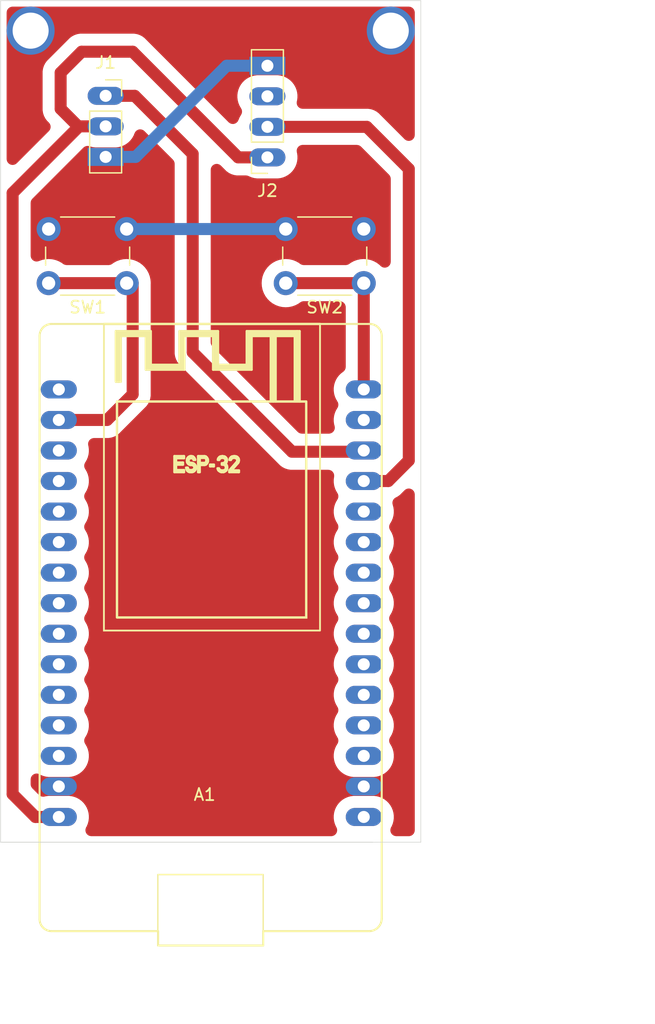
<source format=kicad_pcb>
(kicad_pcb (version 20240108) (generator "pcbnew") (generator_version "8.0")
  (layers (0 "F.Cu" signal) (31 "B.Cu" signal) (34 "B.Paste" user) (35 "F.Paste" user) (36 "B.SilkS" user "B.Silkscreen") (37 "F.SilkS" user "F.Silkscreen") (38 "B.Mask" user) (39 "F.Mask" user) (44 "Edge.Cuts" user))
  (net 0 "")
  (net 11 "3.3V")
  (net 16 "VIN")
  (net 23 "RX_RECEPTOR")
  (net 25 "TX_TRANSMISSOR")
  (net 26 "GND")
  (net 28 "BUTTON_1")
  (net 29 "BUTTON_2")
  (net 30 "RX_RECEPTOR_1")
  (footprint "Connector_PinSocket_2.54mm:PinSocket_1x03_P2.54mm_Vertical" (layer "F.Cu") (at 158.75 65.92)
    (property "Reference" "J1" (at 0 -2.77 0) (layer "F.SilkS"))
    (property "Value" "Conn_01x03_Socket")
    (fp_line (start -1.33 1.27) (end -1.33 6.41) (stroke (width 0.12)) (layer "F.SilkS"))
    (fp_line (start -1.33 1.27) (end 1.33 1.27) (stroke (width 0.12)) (layer "F.SilkS"))
    (fp_line (start -1.33 6.41) (end 1.33 6.41) (stroke (width 0.12)) (layer "F.SilkS"))
    (fp_line (start 0 -1.33) (end 1.33 -1.33) (stroke (width 0.12)) (layer "F.SilkS"))
    (fp_line (start 1.33 -1.33) (end 1.33 0) (stroke (width 0.12)) (layer "F.SilkS"))
    (fp_line (start 1.33 1.27) (end 1.33 6.41) (stroke (width 0.12)) (layer "F.SilkS"))
    (pad "1" thru_hole oval (at 0 0) (size 3 1.5) (drill 1) (layers "*.Cu" "*.Mask") (net 25 "TX_TRANSMISSOR"))
    (pad "2" thru_hole oval (at 0 2.54) (size 3 1.5) (drill 1) (layers "*.Cu" "*.Mask") (net 16 "VIN"))
    (pad "3" thru_hole rect (at 0 5.08) (size 3 1.5) (drill 1) (layers "*.Cu" "*.Mask") (net 26 "GND"))
  )
  (footprint "PCM_SL_Development_Boards:DOIT_ESP32_DEVKIT_30Pins" (layer "F.Cu") (at 180.25 125.9 180)
    (property "Reference" "A1" (at 13.253071 1.86 360) (layer "F.SilkS"))
    (property "Value" "ESP32_DevKit_V1_DOIT_30GPIOs")
    (fp_line (start 27.003071 -8.494881) (end 27.003071 40.005119) (stroke (width 0.17)) (layer "F.SilkS"))
    (fp_line (start 26.003071 41.005119) (end -0.496929 41.005119) (stroke (width 0.17)) (layer "F.SilkS"))
    (fp_line (start 26.003071 -9.494881) (end 17.153071 -9.494881) (stroke (width 0.17)) (layer "F.SilkS"))
    (fp_line (start 21.643071 41.005119) (end 3.643071 41.005119) (stroke (width 0.2)) (layer "F.SilkS"))
    (fp_line (start 20.643071 40.405119) (end 17.743071 40.405119) (stroke (width 0.2)) (layer "F.SilkS"))
    (fp_line (start 20.643071 36.205119) (end 20.643071 40.405119) (stroke (width 0.2)) (layer "F.SilkS"))
    (fp_line (start 20.643071 36.205119) (end 20.643071 40.405119) (stroke (width 0.2)) (layer "F.SilkS"))
    (fp_line (start 20.443071 40.205119) (end 20.443071 36.305119) (stroke (width 0.4)) (layer "F.SilkS"))
    (fp_line (start 20.243071 40.005119) (end 20.243071 36.205119) (stroke (width 0.2)) (layer "F.SilkS"))
    (fp_line (start 20.243071 36.205119) (end 20.643071 36.205119) (stroke (width 0.2)) (layer "F.SilkS"))
    (fp_line (start 18.143071 40.005119) (end 20.243071 40.005119) (stroke (width 0.2)) (layer "F.SilkS"))
    (fp_line (start 18.143071 37.205119) (end 18.143071 40.005119) (stroke (width 0.2)) (layer "F.SilkS"))
    (fp_line (start 18.143071 37.205119) (end 18.143071 40.005119) (stroke (width 0.2)) (layer "F.SilkS"))
    (fp_line (start 17.893071 40.205119) (end 20.443071 40.205119) (stroke (width 0.4)) (layer "F.SilkS"))
    (fp_line (start 17.893071 37.455119) (end 17.893071 40.205119) (stroke (width 0.4)) (layer "F.SilkS"))
    (fp_line (start 17.743071 40.405119) (end 17.743071 37.605119) (stroke (width 0.2)) (layer "F.SilkS"))
    (fp_line (start 17.743071 37.605119) (end 15.343071 37.605119) (stroke (width 0.2)) (layer "F.SilkS"))
    (fp_line (start 17.129737 -9.5) (end 17.129737 -10.69) (stroke (width 0.17)) (layer "F.SilkS"))
    (fp_line (start 17.129737 -10.69) (end 8.376405 -10.69) (stroke (width 0.17)) (layer "F.SilkS"))
    (fp_line (start 15.770071 30.012569) (end 14.972071 30.012569) (stroke (width 0.2)) (layer "F.SilkS"))
    (fp_line (start 15.770071 28.682569) (end 15.770071 30.012569) (stroke (width 0.2)) (layer "F.SilkS"))
    (fp_line (start 15.637071 29.842769) (end 15.637071 29.474869) (stroke (width 0.2)) (layer "F.SilkS"))
    (fp_line (start 15.637071 29.474869) (end 15.060731 29.474869) (stroke (width 0.2)) (layer "F.SilkS"))
    (fp_line (start 15.637071 29.305169) (end 15.637071 28.852369) (stroke (width 0.2)) (layer "F.SilkS"))
    (fp_line (start 15.637071 28.852369) (end 14.972071 28.852369) (stroke (width 0.2)) (layer "F.SilkS"))
    (fp_line (start 15.343071 40.405119) (end 12.143071 40.405119) (stroke (width 0.2)) (layer "F.SilkS"))
    (fp_line (start 15.343071 37.605119) (end 15.343071 40.405119) (stroke (width 0.2)) (layer "F.SilkS"))
    (fp_line (start 15.343071 37.605119) (end 15.343071 40.405119) (stroke (width 0.2)) (layer "F.SilkS"))
    (fp_line (start 15.093071 40.205119) (end 15.093071 37.455119) (stroke (width 0.4)) (layer "F.SilkS"))
    (fp_line (start 15.093071 37.455119) (end 17.893071 37.455119) (stroke (width 0.4)) (layer "F.SilkS"))
    (fp_line (start 15.060731 29.474869) (end 15.060731 29.305169) (stroke (width 0.2)) (layer "F.SilkS"))
    (fp_line (start 15.060731 29.305169) (end 15.637071 29.305169) (stroke (width 0.2)) (layer "F.SilkS"))
    (fp_line (start 14.972071 30.012569) (end 14.972071 29.842769) (stroke (width 0.2)) (layer "F.SilkS"))
    (fp_line (start 14.972071 29.842769) (end 15.637071 29.842769) (stroke (width 0.2)) (layer "F.SilkS"))
    (fp_line (start 14.972071 28.852369) (end 14.972071 28.682569) (stroke (width 0.2)) (layer "F.SilkS"))
    (fp_line (start 14.972071 28.682569) (end 15.770071 28.682569) (stroke (width 0.2)) (layer "F.SilkS"))
    (fp_line (start 14.943071 40.005119) (end 14.943071 37.205119) (stroke (width 0.2)) (layer "F.SilkS"))
    (fp_line (start 14.943071 37.205119) (end 18.143071 37.205119) (stroke (width 0.2)) (layer "F.SilkS"))
    (fp_line (start 14.794731 29.050469) (end 14.661731 29.050469) (stroke (width 0.2)) (layer "F.SilkS"))
    (fp_line (start 14.772571 28.937269) (end 14.794731 29.050469) (stroke (width 0.2)) (layer "F.SilkS"))
    (fp_line (start 14.728231 29.701269) (end 14.706071 29.814469) (stroke (width 0.2)) (layer "F.SilkS"))
    (fp_line (start 14.728231 29.588069) (end 14.728231 29.701269) (stroke (width 0.2)) (layer "F.SilkS"))
    (fp_line (start 14.706071 29.814469) (end 14.617401 29.927669) (stroke (width 0.2)) (layer "F.SilkS"))
    (fp_line (start 14.706071 29.474869) (end 14.728231 29.588069) (stroke (width 0.2)) (layer "F.SilkS"))
    (fp_line (start 14.706071 28.795769) (end 14.772571 28.937269) (stroke (width 0.2)) (layer "F.SilkS"))
    (fp_line (start 14.661731 29.050469) (end 14.639571 28.965569) (stroke (width 0.2)) (layer "F.SilkS"))
    (fp_line (start 14.639571 28.965569) (end 14.573071 28.880669) (stroke (width 0.2)) (layer "F.SilkS"))
    (fp_line (start 14.617401 29.927669) (end 14.528731 29.984269) (stroke (width 0.2)) (layer "F.SilkS"))
    (fp_line (start 14.617401 29.361669) (end 14.706071 29.474869) (stroke (width 0.2)) (layer "F.SilkS"))
    (fp_line (start 14.595231 29.672969) (end 14.595231 29.616369) (stroke (width 0.2)) (layer "F.SilkS"))
    (fp_line (start 14.595231 29.616369) (end 14.573071 29.531469) (stroke (width 0.2)) (layer "F.SilkS"))
    (fp_line (start 14.595231 28.710869) (end 14.706071 28.795769) (stroke (width 0.2)) (layer "F.SilkS"))
    (fp_line (start 14.573071 29.757869) (end 14.595231 29.672969) (stroke (width 0.2)) (layer "F.SilkS"))
    (fp_line (start 14.573071 29.531469) (end 14.506571 29.474869) (stroke (width 0.2)) (layer "F.SilkS"))
    (fp_line (start 14.573071 28.880669) (end 14.484401 28.852369) (stroke (width 0.2)) (layer "F.SilkS"))
    (fp_line (start 14.528731 29.984269) (end 14.440071 30.012569) (stroke (width 0.2)) (layer "F.SilkS"))
    (fp_line (start 14.528731 29.305169) (end 14.617401 29.361669) (stroke (width 0.2)) (layer "F.SilkS"))
    (fp_line (start 14.506571 29.814469) (end 14.573071 29.757869) (stroke (width 0.2)) (layer "F.SilkS"))
    (fp_line (start 14.506571 29.474869) (end 14.440071 29.446569) (stroke (width 0.2)) (layer "F.SilkS"))
    (fp_line (start 14.484401 28.852369) (end 14.307071 28.852369) (stroke (width 0.2)) (layer "F.SilkS"))
    (fp_line (start 14.484401 28.682569) (end 14.595231 28.710869) (stroke (width 0.2)) (layer "F.SilkS"))
    (fp_line (start 14.440071 30.012569) (end 14.329231 30.012569) (stroke (width 0.2)) (layer "F.SilkS"))
    (fp_line (start 14.440071 29.842769) (end 14.506571 29.814469) (stroke (width 0.2)) (layer "F.SilkS"))
    (fp_line (start 14.440071 29.446569) (end 14.307071 29.446569) (stroke (width 0.2)) (layer "F.SilkS"))
    (fp_line (start 14.440071 29.276869) (end 14.528731 29.305169) (stroke (width 0.2)) (layer "F.SilkS"))
    (fp_line (start 14.329231 30.012569) (end 14.218401 29.984269) (stroke (width 0.2)) (layer "F.SilkS"))
    (fp_line (start 14.307071 29.842769) (end 14.440071 29.842769) (stroke (width 0.2)) (layer "F.SilkS"))
    (fp_line (start 14.307071 29.446569) (end 14.196231 29.418269) (stroke (width 0.2)) (layer "F.SilkS"))
    (fp_line (start 14.307071 29.276869) (end 14.440071 29.276869) (stroke (width 0.2)) (layer "F.SilkS"))
    (fp_line (start 14.307071 28.852369) (end 14.218401 28.880669) (stroke (width 0.2)) (layer "F.SilkS"))
    (fp_line (start 14.307071 28.682569) (end 14.484401 28.682569) (stroke (width 0.2)) (layer "F.SilkS"))
    (fp_line (start 14.240571 29.814469) (end 14.307071 29.842769) (stroke (width 0.2)) (layer "F.SilkS"))
    (fp_line (start 14.218401 29.984269) (end 14.129731 29.899369) (stroke (width 0.2)) (layer "F.SilkS"))
    (fp_line (start 14.218401 29.248569) (end 14.307071 29.276869) (stroke (width 0.2)) (layer "F.SilkS"))
    (fp_line (start 14.218401 28.880669) (end 14.151901 28.937269) (stroke (width 0.2)) (layer "F.SilkS"))
    (fp_line (start 14.196231 29.757869) (end 14.240571 29.814469) (stroke (width 0.2)) (layer "F.SilkS"))
    (fp_line (start 14.196231 29.418269) (end 14.107571 29.361669) (stroke (width 0.2)) (layer "F.SilkS"))
    (fp_line (start 14.196231 28.710869) (end 14.307071 28.682569) (stroke (width 0.2)) (layer "F.SilkS"))
    (fp_line (start 14.174071 29.701269) (end 14.196231 29.757869) (stroke (width 0.2)) (layer "F.SilkS"))
    (fp_line (start 14.151901 29.191969) (end 14.218401 29.248569) (stroke (width 0.2)) (layer "F.SilkS"))
    (fp_line (start 14.151901 28.937269) (end 14.107571 29.022169) (stroke (width 0.2)) (layer "F.SilkS"))
    (fp_line (start 14.129731 29.899369) (end 14.063231 29.786169) (stroke (width 0.2)) (layer "F.SilkS"))
    (fp_line (start 14.107571 29.361669) (end 14.018901 29.248569) (stroke (width 0.2)) (layer "F.SilkS"))
    (fp_line (start 14.107571 29.107069) (end 14.151901 29.191969) (stroke (width 0.2)) (layer "F.SilkS"))
    (fp_line (start 14.107571 29.022169) (end 14.107571 29.107069) (stroke (width 0.2)) (layer "F.SilkS"))
    (fp_line (start 14.107571 28.767469) (end 14.196231 28.710869) (stroke (width 0.2)) (layer "F.SilkS"))
    (fp_line (start 14.063231 29.786169) (end 14.041071 29.701269) (stroke (width 0.2)) (layer "F.SilkS"))
    (fp_line (start 14.041071 29.701269) (end 14.174071 29.701269) (stroke (width 0.2)) (layer "F.SilkS"))
    (fp_line (start 14.018901 29.248569) (end 13.974571 29.135369) (stroke (width 0.2)) (layer "F.SilkS"))
    (fp_line (start 14.018901 28.880669) (end 14.107571 28.767469) (stroke (width 0.2)) (layer "F.SilkS"))
    (fp_line (start 13.974571 29.135369) (end 13.974571 28.993869) (stroke (width 0.2)) (layer "F.SilkS"))
    (fp_line (start 13.974571 28.993869) (end 14.018901 28.880669) (stroke (width 0.2)) (layer "F.SilkS"))
    (fp_line (start 13.797231 30.012569) (end 13.265231 30.012569) (stroke (width 0.2)) (layer "F.SilkS"))
    (fp_line (start 13.797231 28.682569) (end 13.797231 30.012569) (stroke (width 0.2)) (layer "F.SilkS"))
    (fp_line (start 13.664231 29.871069) (end 13.664231 29.446569) (stroke (width 0.2)) (layer "F.SilkS"))
    (fp_line (start 13.664231 29.446569) (end 13.243071 29.446569) (stroke (width 0.2)) (layer "F.SilkS"))
    (fp_line (start 13.664231 29.276869) (end 13.664231 28.682569) (stroke (width 0.2)) (layer "F.SilkS"))
    (fp_line (start 13.664231 28.682569) (end 13.797231 28.682569) (stroke (width 0.2)) (layer "F.SilkS"))
    (fp_line (start 13.265231 30.012569) (end 13.154401 29.984269) (stroke (width 0.2)) (layer "F.SilkS"))
    (fp_line (start 13.265231 29.276869) (end 13.664231 29.276869) (stroke (width 0.2)) (layer "F.SilkS"))
    (fp_line (start 13.243071 29.871069) (end 13.664231 29.871069) (stroke (width 0.2)) (layer "F.SilkS"))
    (fp_line (start 13.243071 29.446569) (end 13.176571 29.474869) (stroke (width 0.2)) (layer "F.SilkS"))
    (fp_line (start 13.176571 29.842769) (end 13.243071 29.871069) (stroke (width 0.2)) (layer "F.SilkS"))
    (fp_line (start 13.176571 29.474869) (end 13.132231 29.531469) (stroke (width 0.2)) (layer "F.SilkS"))
    (fp_line (start 13.154401 29.984269) (end 13.065731 29.899369) (stroke (width 0.2)) (layer "F.SilkS"))
    (fp_line (start 13.154401 29.305169) (end 13.265231 29.276869) (stroke (width 0.2)) (layer "F.SilkS"))
    (fp_line (start 13.132231 29.786169) (end 13.176571 29.842769) (stroke (width 0.2)) (layer "F.SilkS"))
    (fp_line (start 13.132231 29.531469) (end 13.110071 29.616369) (stroke (width 0.2)) (layer "F.SilkS"))
    (fp_line (start 13.110071 29.701269) (end 13.132231 29.786169) (stroke (width 0.2)) (layer "F.SilkS"))
    (fp_line (start 13.110071 29.616369) (end 13.110071 29.701269) (stroke (width 0.2)) (layer "F.SilkS"))
    (fp_line (start 13.065731 29.899369) (end 12.999231 29.786169) (stroke (width 0.2)) (layer "F.SilkS"))
    (fp_line (start 13.065731 29.389969) (end 13.154401 29.305169) (stroke (width 0.2)) (layer "F.SilkS"))
    (fp_line (start 12.999231 29.786169) (end 12.977071 29.701269) (stroke (width 0.2)) (layer "F.SilkS"))
    (fp_line (start 12.999231 29.503169) (end 13.065731 29.389969) (stroke (width 0.2)) (layer "F.SilkS"))
    (fp_line (start 12.977071 29.701269) (end 12.977071 29.588069) (stroke (width 0.2)) (layer "F.SilkS"))
    (fp_line (start 12.977071 29.588069) (end 12.999231 29.503169) (stroke (width 0.2)) (layer "F.SilkS"))
    (fp_line (start 12.798236 29.305119) (end 12.487906 29.305119) (stroke (width 0.2)) (layer "F.SilkS"))
    (fp_line (start 12.798236 29.163619) (end 12.798236 29.305119) (stroke (width 0.2)) (layer "F.SilkS"))
    (fp_line (start 12.543071 40.005119) (end 14.943071 40.005119) (stroke (width 0.2)) (layer "F.SilkS"))
    (fp_line (start 12.543071 37.205119) (end 12.543071 40.005119) (stroke (width 0.2)) (layer "F.SilkS"))
    (fp_line (start 12.543071 37.205119) (end 12.543071 40.005119) (stroke (width 0.2)) (layer "F.SilkS"))
    (fp_line (start 12.487906 29.305119) (end 12.487906 29.163619) (stroke (width 0.2)) (layer "F.SilkS"))
    (fp_line (start 12.487906 29.163619) (end 12.798236 29.163619) (stroke (width 0.2)) (layer "F.SilkS"))
    (fp_line (start 12.393071 40.205119) (end 15.093071 40.205119) (stroke (width 0.4)) (layer "F.SilkS"))
    (fp_line (start 12.393071 37.505119) (end 12.393071 40.205119) (stroke (width 0.4)) (layer "F.SilkS"))
    (fp_line (start 12.293071 37.405119) (end 12.393071 37.505119) (stroke (width 0.12)) (layer "F.SilkS"))
    (fp_line (start 12.174571 28.993819) (end 12.063731 28.993819) (stroke (width 0.2)) (layer "F.SilkS"))
    (fp_line (start 12.152401 29.701219) (end 12.130231 29.814419) (stroke (width 0.2)) (layer "F.SilkS"))
    (fp_line (start 12.152401 28.908919) (end 12.174571 28.993819) (stroke (width 0.2)) (layer "F.SilkS"))
    (fp_line (start 12.143071 40.405119) (end 12.143071 37.605119) (stroke (width 0.2)) (layer "F.SilkS"))
    (fp_line (start 12.143071 37.605119) (end 9.743071 37.605119) (stroke (width 0.2)) (layer "F.SilkS"))
    (fp_line (start 12.130231 29.814419) (end 12.041571 29.927619) (stroke (width 0.2)) (layer "F.SilkS"))
    (fp_line (start 12.108071 28.824019) (end 12.152401 28.908919) (stroke (width 0.2)) (layer "F.SilkS"))
    (fp_line (start 12.063731 28.993819) (end 12.041571 28.937219) (stroke (width 0.2)) (layer "F.SilkS"))
    (fp_line (start 12.041571 29.927619) (end 11.952901 29.984219) (stroke (width 0.2)) (layer "F.SilkS"))
    (fp_line (start 12.041571 29.701219) (end 12.152401 29.701219) (stroke (width 0.2)) (layer "F.SilkS"))
    (fp_line (start 12.041571 28.937219) (end 11.997231 28.880619) (stroke (width 0.2)) (layer "F.SilkS"))
    (fp_line (start 12.041571 28.767419) (end 12.108071 28.824019) (stroke (width 0.2)) (layer "F.SilkS"))
    (fp_line (start 11.997231 29.786119) (end 12.041571 29.701219) (stroke (width 0.2)) (layer "F.SilkS"))
    (fp_line (start 11.997231 28.880619) (end 11.952901 28.852319) (stroke (width 0.2)) (layer "F.SilkS"))
    (fp_line (start 11.952901 29.984219) (end 11.797731 30.012519) (stroke (width 0.2)) (layer "F.SilkS"))
    (fp_line (start 11.952901 28.852319) (end 11.842071 28.824019) (stroke (width 0.2)) (layer "F.SilkS"))
    (fp_line (start 11.952901 28.710819) (end 12.041571 28.767419) (stroke (width 0.2)) (layer "F.SilkS"))
    (fp_line (start 11.930731 29.842719) (end 11.997231 29.786119) (stroke (width 0.2)) (layer "F.SilkS"))
    (fp_line (start 11.864231 28.682519) (end 11.952901 28.710819) (stroke (width 0.2)) (layer "F.SilkS"))
    (fp_line (start 11.842071 28.824019) (end 11.709071 28.824019) (stroke (width 0.2)) (layer "F.SilkS"))
    (fp_line (start 11.819901 29.871019) (end 11.930731 29.842719) (stroke (width 0.2)) (layer "F.SilkS"))
    (fp_line (start 11.819901 29.418219) (end 11.731231 29.418219) (stroke (width 0.2)) (layer "F.SilkS"))
    (fp_line (start 11.819901 29.305119) (end 11.819901 29.418219) (stroke (width 0.2)) (layer "F.SilkS"))
    (fp_line (start 11.797731 30.012519) (end 11.753401 30.012519) (stroke (width 0.2)) (layer "F.SilkS"))
    (fp_line (start 11.753401 30.012519) (end 11.598231 29.984219) (stroke (width 0.2)) (layer "F.SilkS"))
    (fp_line (start 11.731231 29.871019) (end 11.819901 29.871019) (stroke (width 0.2)) (layer "F.SilkS"))
    (fp_line (start 11.731231 29.418219) (end 11.598231 29.474819) (stroke (width 0.2)) (layer "F.SilkS"))
    (fp_line (start 11.731231 29.305119) (end 11.819901 29.305119) (stroke (width 0.2)) (layer "F.SilkS"))
    (fp_line (start 11.709071 28.824019) (end 11.598231 28.852319) (stroke (width 0.2)) (layer "F.SilkS"))
    (fp_line (start 11.686901 28.682519) (end 11.864231 28.682519) (stroke (width 0.2)) (layer "F.SilkS"))
    (fp_line (start 11.620401 29.842719) (end 11.731231 29.871019) (stroke (width 0.2)) (layer "F.SilkS"))
    (fp_line (start 11.598231 29.984219) (end 11.509571 29.927619) (stroke (width 0.2)) (layer "F.SilkS"))
    (fp_line (start 11.598231 29.474819) (end 11.553901 29.531419) (stroke (width 0.2)) (layer "F.SilkS"))
    (fp_line (start 11.598231 29.276819) (end 11.731231 29.305119) (stroke (width 0.2)) (layer "F.SilkS"))
    (fp_line (start 11.598231 28.852319) (end 11.553901 28.880619) (stroke (width 0.2)) (layer "F.SilkS"))
    (fp_line (start 11.598231 28.710819) (end 11.686901 28.682519) (stroke (width 0.2)) (layer "F.SilkS"))
    (fp_line (start 11.553901 29.786119) (end 11.620401 29.842719) (stroke (width 0.2)) (layer "F.SilkS"))
    (fp_line (start 11.553901 29.531419) (end 11.509571 29.644619) (stroke (width 0.2)) (layer "F.SilkS"))
    (fp_line (start 11.553901 29.361619) (end 11.443071 29.305119) (stroke (width 0.2)) (layer "F.SilkS"))
    (fp_line (start 11.553901 28.880619) (end 11.509571 28.937219) (stroke (width 0.2)) (layer "F.SilkS"))
    (fp_line (start 11.531731 29.220219) (end 11.598231 29.276819) (stroke (width 0.2)) (layer "F.SilkS"))
    (fp_line (start 11.509571 29.927619) (end 11.420901 29.814419) (stroke (width 0.2)) (layer "F.SilkS"))
    (fp_line (start 11.509571 29.701219) (end 11.553901 29.786119) (stroke (width 0.2)) (layer "F.SilkS"))
    (fp_line (start 11.509571 29.644619) (end 11.509571 29.701219) (stroke (width 0.2)) (layer "F.SilkS"))
    (fp_line (start 11.509571 28.937219) (end 11.487401 28.993819) (stroke (width 0.2)) (layer "F.SilkS"))
    (fp_line (start 11.509571 28.767419) (end 11.598231 28.710819) (stroke (width 0.2)) (layer "F.SilkS"))
    (fp_line (start 11.487401 29.107019) (end 11.531731 29.220219) (stroke (width 0.2)) (layer "F.SilkS"))
    (fp_line (start 11.487401 28.993819) (end 11.487401 29.107019) (stroke (width 0.2)) (layer "F.SilkS"))
    (fp_line (start 11.465231 29.446519) (end 11.553901 29.361619) (stroke (width 0.2)) (layer "F.SilkS"))
    (fp_line (start 11.443071 29.305119) (end 11.398731 29.220219) (stroke (width 0.2)) (layer "F.SilkS"))
    (fp_line (start 11.443071 28.824019) (end 11.509571 28.767419) (stroke (width 0.2)) (layer "F.SilkS"))
    (fp_line (start 11.420901 29.814419) (end 11.398731 29.701219) (stroke (width 0.2)) (layer "F.SilkS"))
    (fp_line (start 11.420901 29.531419) (end 11.465231 29.446519) (stroke (width 0.2)) (layer "F.SilkS"))
    (fp_line (start 11.398731 29.701219) (end 11.398731 29.644619) (stroke (width 0.2)) (layer "F.SilkS"))
    (fp_line (start 11.398731 29.644619) (end 11.420901 29.531419) (stroke (width 0.2)) (layer "F.SilkS"))
    (fp_line (start 11.398731 29.220219) (end 11.376571 29.107019) (stroke (width 0.2)) (layer "F.SilkS"))
    (fp_line (start 11.398731 28.908919) (end 11.443071 28.824019) (stroke (width 0.2)) (layer "F.SilkS"))
    (fp_line (start 11.376571 29.107019) (end 11.376571 28.993819) (stroke (width 0.2)) (layer "F.SilkS"))
    (fp_line (start 11.376571 28.993819) (end 11.398731 28.908919) (stroke (width 0.2)) (layer "F.SilkS"))
    (fp_line (start 11.199231 28.824019) (end 10.578571 29.531419) (stroke (width 0.2)) (layer "F.SilkS"))
    (fp_line (start 11.199231 28.682519) (end 11.199231 28.824019) (stroke (width 0.2)) (layer "F.SilkS"))
    (fp_line (start 11.177071 29.701219) (end 11.154901 29.814419) (stroke (width 0.2)) (layer "F.SilkS"))
    (fp_line (start 11.154901 29.814419) (end 11.066231 29.927619) (stroke (width 0.2)) (layer "F.SilkS"))
    (fp_line (start 11.066231 29.927619) (end 10.977571 29.984219) (stroke (width 0.2)) (layer "F.SilkS"))
    (fp_line (start 11.066231 29.701219) (end 11.177071 29.701219) (stroke (width 0.2)) (layer "F.SilkS"))
    (fp_line (start 11.021901 29.786119) (end 11.066231 29.701219) (stroke (width 0.2)) (layer "F.SilkS"))
    (fp_line (start 11.021901 28.824019) (end 10.401231 28.824019) (stroke (width 0.2)) (layer "F.SilkS"))
    (fp_line (start 10.977571 29.984219) (end 10.822401 30.012519) (stroke (width 0.2)) (layer "F.SilkS"))
    (fp_line (start 10.955401 29.842719) (end 11.021901 29.786119) (stroke (width 0.2)) (layer "F.SilkS"))
    (fp_line (start 10.844571 29.871019) (end 10.955401 29.842719) (stroke (width 0.2)) (layer "F.SilkS"))
    (fp_line (start 10.822401 30.012519) (end 10.733731 30.012519) (stroke (width 0.2)) (layer "F.SilkS"))
    (fp_line (start 10.755901 29.871019) (end 10.844571 29.871019) (stroke (width 0.2)) (layer "F.SilkS"))
    (fp_line (start 10.733731 30.012519) (end 10.600731 29.984219) (stroke (width 0.2)) (layer "F.SilkS"))
    (fp_line (start 10.645071 29.842719) (end 10.755901 29.871019) (stroke (width 0.2)) (layer "F.SilkS"))
    (fp_line (start 10.600731 29.984219) (end 10.512071 29.927619) (stroke (width 0.2)) (layer "F.SilkS"))
    (fp_line (start 10.578571 29.786119) (end 10.645071 29.842719) (stroke (width 0.2)) (layer "F.SilkS"))
    (fp_line (start 10.578571 29.531419) (end 10.534231 29.644619) (stroke (width 0.2)) (layer "F.SilkS"))
    (fp_line (start 10.534231 29.701219) (end 10.578571 29.786119) (stroke (width 0.2)) (layer "F.SilkS"))
    (fp_line (start 10.534231 29.644619) (end 10.534231 29.701219) (stroke (width 0.2)) (layer "F.SilkS"))
    (fp_line (start 10.512071 29.927619) (end 10.423401 29.814419) (stroke (width 0.2)) (layer "F.SilkS"))
    (fp_line (start 10.467731 29.446519) (end 11.021901 28.824019) (stroke (width 0.2)) (layer "F.SilkS"))
    (fp_line (start 10.423401 29.814419) (end 10.401231 29.701219) (stroke (width 0.2)) (layer "F.SilkS"))
    (fp_line (start 10.423401 29.531419) (end 10.467731 29.446519) (stroke (width 0.2)) (layer "F.SilkS"))
    (fp_line (start 10.401231 29.701219) (end 10.401231 29.644619) (stroke (width 0.2)) (layer "F.SilkS"))
    (fp_line (start 10.401231 29.644619) (end 10.423401 29.531419) (stroke (width 0.2)) (layer "F.SilkS"))
    (fp_line (start 10.401231 28.824019) (end 10.401231 28.682519) (stroke (width 0.2)) (layer "F.SilkS"))
    (fp_line (start 10.401231 28.682519) (end 11.199231 28.682519) (stroke (width 0.2)) (layer "F.SilkS"))
    (fp_line (start 9.743071 40.405119) (end 5.343071 40.405119) (stroke (width 0.2)) (layer "F.SilkS"))
    (fp_line (start 9.743071 37.605119) (end 9.743071 40.405119) (stroke (width 0.2)) (layer "F.SilkS"))
    (fp_line (start 9.743071 37.605119) (end 9.743071 40.405119) (stroke (width 0.2)) (layer "F.SilkS"))
    (fp_line (start 9.543071 40.205119) (end 9.543071 37.405119) (stroke (width 0.4)) (layer "F.SilkS"))
    (fp_line (start 9.543071 37.405119) (end 12.293071 37.405119) (stroke (width 0.4)) (layer "F.SilkS"))
    (fp_line (start 9.343071 40.005119) (end 9.343071 37.205119) (stroke (width 0.2)) (layer "F.SilkS"))
    (fp_line (start 9.343071 37.205119) (end 12.543071 37.205119) (stroke (width 0.2)) (layer "F.SilkS"))
    (fp_line (start 8.376405 -10.69) (end 8.376405 -9.55) (stroke (width 0.17)) (layer "F.SilkS"))
    (fp_line (start 7.743071 40.005119) (end 9.343071 40.005119) (stroke (width 0.2)) (layer "F.SilkS"))
    (fp_line (start 7.743071 34.555119) (end 7.743071 40.005119) (stroke (width 0.2)) (layer "F.SilkS"))
    (fp_line (start 7.543071 40.255119) (end 7.543071 34.705119) (stroke (width 0.5)) (layer "F.SilkS"))
    (fp_line (start 7.493071 40.205119) (end 9.543071 40.205119) (stroke (width 0.4)) (layer "F.SilkS"))
    (fp_line (start 7.343071 40.005119) (end 5.743071 40.005119) (stroke (width 0.2)) (layer "F.SilkS"))
    (fp_line (start 7.343071 34.555119) (end 7.343071 40.005119) (stroke (width 0.2)) (layer "F.SilkS"))
    (fp_line (start 5.743071 40.005119) (end 5.743071 34.605119) (stroke (width 0.2)) (layer "F.SilkS"))
    (fp_line (start 5.743071 40.005119) (end 5.743071 34.605119) (stroke (width 0.2)) (layer "F.SilkS"))
    (fp_line (start 5.543071 40.205119) (end 7.493071 40.205119) (stroke (width 0.4)) (layer "F.SilkS"))
    (fp_line (start 5.543071 34.705119) (end 5.543071 40.305119) (stroke (width 0.4)) (layer "F.SilkS"))
    (fp_line (start 5.343071 40.405119) (end 5.343071 34.555119) (stroke (width 0.2)) (layer "F.SilkS"))
    (fp_line (start -0.496929 -9.494881) (end 8.376405 -9.494881) (stroke (width 0.17)) (layer "F.SilkS"))
    (fp_line (start -1.496929 -8.494881) (end -1.496929 40.005119) (stroke (width 0.17)) (layer "F.SilkS"))
    (fp_rect (start 21.643071 15.505119) (end 3.643071 41.005119) (stroke (width 0.15)) (fill none) (layer "F.SilkS"))
    (fp_rect (start 8.376405 -10.69) (end 17.153071 -4.79) (stroke (width 0.12)) (fill none) (layer "F.SilkS"))
    (fp_rect (start 4.793071 16.592987) (end 20.555201 34.555119) (stroke (width 0.2)) (fill none) (layer "F.SilkS"))
    (fp_arc (start 27.003071 40.005119) (mid 26.710257 40.712291) (end 26.003071 41.005119) (stroke (width 0.17)) (layer "F.SilkS"))
    (fp_arc (start 26.003071 -9.494881) (mid 26.710278 -9.202085) (end 27.003071 -8.494881) (stroke (width 0.17)) (layer "F.SilkS"))
    (fp_arc (start -0.496929 41.005119) (mid -1.204125 40.712315) (end -1.496929 40.005119) (stroke (width 0.17)) (layer "F.SilkS"))
    (fp_arc (start -1.49694 -8.44) (mid -1.207297 -9.166861) (end -0.496929 -9.494881) (stroke (width 0.17)) (layer "F.SilkS"))
    (pad "1" thru_hole oval (at 0 0 90) (size 1.5 3) (drill 1) (layers "*.Cu" "*.Mask") (net 11 "3.3V"))
    (pad "2" thru_hole oval (at 0 2.54 90) (size 1.5 3) (drill 1) (layers "*.Cu" "*.Mask") (net 26 "GND"))
    (pad "3" thru_hole oval (at 0 5.08 90) (size 1.5 3) (drill 1) (layers "*.Cu" "*.Mask"))
    (pad "4" thru_hole oval (at 0 7.62 90) (size 1.5 3) (drill 1) (layers "*.Cu" "*.Mask"))
    (pad "5" thru_hole oval (at 0 10.16 90) (size 1.5 3) (drill 1) (layers "*.Cu" "*.Mask"))
    (pad "6" thru_hole oval (at 0 12.7 90) (size 1.5 3) (drill 1) (layers "*.Cu" "*.Mask"))
    (pad "7" thru_hole oval (at 0 15.24 90) (size 1.5 3) (drill 1) (layers "*.Cu" "*.Mask"))
    (pad "8" thru_hole oval (at 0 17.78 90) (size 1.5 3) (drill 1) (layers "*.Cu" "*.Mask"))
    (pad "9" thru_hole oval (at 0 20.32 90) (size 1.5 3) (drill 1) (layers "*.Cu" "*.Mask"))
    (pad "10" thru_hole oval (at 0 22.86 90) (size 1.5 3) (drill 1) (layers "*.Cu" "*.Mask"))
    (pad "11" thru_hole oval (at 0 25.4 90) (size 1.5 3) (drill 1) (layers "*.Cu" "*.Mask"))
    (pad "12" thru_hole oval (at 0 27.94 90) (size 1.5 3) (drill 1) (layers "*.Cu" "*.Mask") (net 23 "RX_RECEPTOR"))
    (pad "13" thru_hole oval (at 0 30.48 90) (size 1.5 3) (drill 1) (layers "*.Cu" "*.Mask") (net 25 "TX_TRANSMISSOR"))
    (pad "14" thru_hole oval (at 0 33.02 90) (size 1.5 3) (drill 1) (layers "*.Cu" "*.Mask"))
    (pad "15" thru_hole oval (at 0 35.56 90) (size 1.5 3) (drill 1) (layers "*.Cu" "*.Mask") (net 29 "BUTTON_2"))
    (pad "16" thru_hole oval (at 25.4 35.56 90) (size 1.5 3) (drill 1) (layers "*.Cu" "*.Mask"))
    (pad "17" thru_hole oval (at 25.4 33.02 90) (size 1.5 3) (drill 1) (layers "*.Cu" "*.Mask") (net 28 "BUTTON_1"))
    (pad "18" thru_hole oval (at 25.4 30.48 90) (size 1.5 3) (drill 1) (layers "*.Cu" "*.Mask"))
    (pad "19" thru_hole oval (at 25.4 27.94 90) (size 1.5 3) (drill 1) (layers "*.Cu" "*.Mask"))
    (pad "20" thru_hole oval (at 25.4 25.4 90) (size 1.5 3) (drill 1) (layers "*.Cu" "*.Mask"))
    (pad "21" thru_hole oval (at 25.4 22.86 90) (size 1.5 3) (drill 1) (layers "*.Cu" "*.Mask"))
    (pad "22" thru_hole oval (at 25.4 20.32 90) (size 1.5 3) (drill 1) (layers "*.Cu" "*.Mask"))
    (pad "23" thru_hole oval (at 25.4 17.78 90) (size 1.5 3) (drill 1) (layers "*.Cu" "*.Mask"))
    (pad "24" thru_hole oval (at 25.4 15.24 90) (size 1.5 3) (drill 1) (layers "*.Cu" "*.Mask"))
    (pad "25" thru_hole oval (at 25.4 12.7 90) (size 1.5 3) (drill 1) (layers "*.Cu" "*.Mask"))
    (pad "26" thru_hole oval (at 25.4 10.16 90) (size 1.5 3) (drill 1) (layers "*.Cu" "*.Mask"))
    (pad "27" thru_hole oval (at 25.4 7.62 90) (size 1.5 3) (drill 1) (layers "*.Cu" "*.Mask"))
    (pad "28" thru_hole oval (at 25.4 5.08 90) (size 1.5 3) (drill 1) (layers "*.Cu" "*.Mask"))
    (pad "29" thru_hole oval (at 25.4 2.54 90) (size 1.5 3) (drill 1) (layers "*.Cu" "*.Mask") (net 26 "GND"))
    (pad "30" thru_hole oval (at 25.4 0 90) (size 1.5 3) (drill 1) (layers "*.Cu" "*.Mask") (net 16 "VIN"))
  )
  (footprint "Button_Switch_THT:SW_PUSH_6mm" (layer "F.Cu") (at 160.5 81.5 180)
    (property "Reference" "SW1" (at 3.25 -2 360) (layer "F.SilkS"))
    (property "Value" "Push_Button")
    (fp_line (start 6.75 3) (end 6.75 1.5) (stroke (width 0.12)) (layer "F.SilkS"))
    (fp_line (start 5.5 -1) (end 1 -1) (stroke (width 0.12)) (layer "F.SilkS"))
    (fp_line (start 1 5.5) (end 5.5 5.5) (stroke (width 0.12)) (layer "F.SilkS"))
    (fp_line (start -0.25 1.5) (end -0.25 3) (stroke (width 0.12)) (layer "F.SilkS"))
    (pad "1" thru_hole circle (at 0 0 270) (size 2 2) (drill 1.1) (layers "*.Cu" "*.Mask") (net 28 "BUTTON_1"))
    (pad "1" thru_hole circle (at 6.5 0 270) (size 2 2) (drill 1.1) (layers "*.Cu" "*.Mask") (net 28 "BUTTON_1"))
    (pad "2" thru_hole circle (at 0 4.5 270) (size 2 2) (drill 1.1) (layers "*.Cu" "*.Mask") (net 26 "GND"))
    (pad "2" thru_hole circle (at 6.5 4.5 270) (size 2 2) (drill 1.1) (layers "*.Cu" "*.Mask") (net 26 "GND"))
  )
  (footprint "Connector_PinSocket_2.54mm:PinSocket_1x04_P2.54mm_Vertical" (layer "F.Cu") (at 172.225 71.04 180)
    (property "Reference" "J2" (at 0 -2.77 0) (layer "F.SilkS"))
    (property "Value" "Conn_01x04_Socket")
    (fp_line (start 1.33 1.27) (end 1.33 8.95) (stroke (width 0.12)) (layer "F.SilkS"))
    (fp_line (start 1.33 -1.33) (end 1.33 0) (stroke (width 0.12)) (layer "F.SilkS"))
    (fp_line (start 0 -1.33) (end 1.33 -1.33) (stroke (width 0.12)) (layer "F.SilkS"))
    (fp_line (start -1.33 8.95) (end 1.33 8.95) (stroke (width 0.12)) (layer "F.SilkS"))
    (fp_line (start -1.33 1.27) (end 1.33 1.27) (stroke (width 0.12)) (layer "F.SilkS"))
    (fp_line (start -1.33 1.27) (end -1.33 8.95) (stroke (width 0.12)) (layer "F.SilkS"))
    (pad "1" thru_hole oval (at 0 0 180) (size 3 1.5) (drill 1) (layers "*.Cu" "*.Mask") (net 16 "VIN"))
    (pad "2" thru_hole oval (at 0 2.54 180) (size 3 1.5) (drill 1) (layers "*.Cu" "*.Mask") (net 23 "RX_RECEPTOR"))
    (pad "3" thru_hole oval (at 0 5.08 180) (size 3 1.5) (drill 1) (layers "*.Cu" "*.Mask") (net 30 "RX_RECEPTOR_1"))
    (pad "4" thru_hole rect (at 0 7.62 180) (size 3 1.5) (drill 1) (layers "*.Cu" "*.Mask") (net 26 "GND"))
  )
  (footprint "Button_Switch_THT:SW_PUSH_6mm" (layer "F.Cu") (at 180.25 81.5 180)
    (property "Reference" "SW2" (at 3.25 -2 360) (layer "F.SilkS"))
    (property "Value" "Push_Button")
    (fp_line (start 6.75 3) (end 6.75 1.5) (stroke (width 0.12)) (layer "F.SilkS"))
    (fp_line (start 5.5 -1) (end 1 -1) (stroke (width 0.12)) (layer "F.SilkS"))
    (fp_line (start 1 5.5) (end 5.5 5.5) (stroke (width 0.12)) (layer "F.SilkS"))
    (fp_line (start -0.25 1.5) (end -0.25 3) (stroke (width 0.12)) (layer "F.SilkS"))
    (pad "1" thru_hole circle (at 0 0 270) (size 2 2) (drill 1.1) (layers "*.Cu" "*.Mask") (net 29 "BUTTON_2"))
    (pad "1" thru_hole circle (at 6.5 0 270) (size 2 2) (drill 1.1) (layers "*.Cu" "*.Mask") (net 29 "BUTTON_2"))
    (pad "2" thru_hole circle (at 0 4.5 270) (size 2 2) (drill 1.1) (layers "*.Cu" "*.Mask") (net 26 "GND"))
    (pad "2" thru_hole circle (at 6.5 4.5 270) (size 2 2) (drill 1.1) (layers "*.Cu" "*.Mask") (net 26 "GND"))
  )
  (gr_line (start 185 58) (end 150 58) (stroke (width 0.05)) (layer "Edge.Cuts"))
  (gr_line (start 185 128) (end 185 58) (stroke (width 0.05)) (layer "Edge.Cuts"))
  (gr_line (start 150 58) (end 150 128) (stroke (width 0.05)) (layer "Edge.Cuts"))
  (gr_line (start 150 128) (end 185 128) (stroke (width 0.05)) (layer "Edge.Cuts"))
  (gr_line (start 150 128) (end 181 128) (stroke (width 0.05)) (layer "Edge.Cuts"))
  (segment (start 155 67) (end 155 64) (width 1) (layer "F.Cu") (net 16))
  (segment (start 155 64) (end 156.75 62.25) (width 1) (layer "F.Cu") (net 16))
  (segment (start 156.75 62.25) (end 161 62.25) (width 1) (layer "F.Cu") (net 16))
  (segment (start 169.79 71.04) (end 172.225 71.04) (width 1) (layer "F.Cu") (net 16))
  (segment (start 161 62.25) (end 169.79 71.04) (width 1) (layer "F.Cu") (net 16))
  (segment (start 151 74) (end 151 124) (width 1) (layer "F.Cu") (net 16))
  (segment (start 156.54 68.46) (end 151 74) (width 1) (layer "F.Cu") (net 16))
  (segment (start 156.46 68.46) (end 155 67) (width 1) (layer "F.Cu") (net 16))
  (segment (start 158.75 68.46) (end 156.46 68.46) (width 1) (layer "F.Cu") (net 16))
  (segment (start 152.9 125.9) (end 154.85 125.9) (width 1) (layer "F.Cu") (net 16))
  (segment (start 158.75 68.46) (end 156.54 68.46) (width 0.6) (layer "F.Cu") (net 16))
  (segment (start 151 124) (end 152.9 125.9) (width 1) (layer "F.Cu") (net 16))
  (segment (start 180.5 68.5) (end 184 72) (width 1) (layer "F.Cu") (net 23))
  (segment (start 184 72) (end 184 96.25) (width 1) (layer "F.Cu") (net 23))
  (segment (start 184 96.25) (end 182.29 97.96) (width 1) (layer "F.Cu") (net 23))
  (segment (start 182.29 97.96) (end 180.25 97.96) (width 1) (layer "F.Cu") (net 23))
  (segment (start 172.225 68.5) (end 180.5 68.5) (width 1) (layer "F.Cu") (net 23))
  (segment (start 174.27 95.52) (end 166 87.25) (width 1) (layer "F.Cu") (net 25))
  (segment (start 161.17 65.92) (end 158.75 65.92) (width 1) (layer "F.Cu") (net 25))
  (segment (start 166 70.75) (end 161.17 65.92) (width 1) (layer "F.Cu") (net 25))
  (segment (start 180.25 95.42) (end 180.15 95.52) (width 0.6) (layer "F.Cu") (net 25))
  (segment (start 180.15 95.52) (end 174.27 95.52) (width 1) (layer "F.Cu") (net 25))
  (segment (start 166 87.25) (end 166 70.75) (width 1) (layer "F.Cu") (net 25))
  (via (at 152.5 60.5) (size 4) (drill 3) (layers "F.Cu" "B.Cu") (net 26))
  (via (at 182.5 60.5) (size 4) (drill 3) (layers "F.Cu" "B.Cu") (net 26))
  (segment (start 173.75 77) (end 160.5 77) (width 1) (layer "B.Cu") (net 26))
  (segment (start 161.25 71) (end 158.75 71) (width 1) (layer "B.Cu") (net 26))
  (segment (start 172.225 63.42) (end 168.83 63.42) (width 1) (layer "B.Cu") (net 26))
  (segment (start 168.83 63.42) (end 161.25 71) (width 1) (layer "B.Cu") (net 26))
  (segment (start 158.87 92.88) (end 154.85 92.88) (width 1) (layer "F.Cu") (net 28))
  (segment (start 161 90.75) (end 158.87 92.88) (width 1) (layer "F.Cu") (net 28))
  (segment (start 154.5 81.5) (end 161 81.5) (width 1) (layer "F.Cu") (net 28))
  (segment (start 161 81.5) (end 161 90.75) (width 1) (layer "F.Cu") (net 28))
  (segment (start 180.25 81.5) (end 180.25 90.34) (width 1) (layer "F.Cu") (net 29))
  (segment (start 180.25 81.5) (end 173.75 81.5) (width 1) (layer "F.Cu") (net 29))
  (zone (net 26) (net_name "GND") (layer "F.Cu") (connect_pads yes (clearance 1)) (min_thickness 1) (fill yes (thermal_gap 1) (thermal_bridge_width 1))
    (polygon (pts (xy 150 58) (xy 185 58) (xy 185 128) (xy 150 128)))
  )
)
</source>
